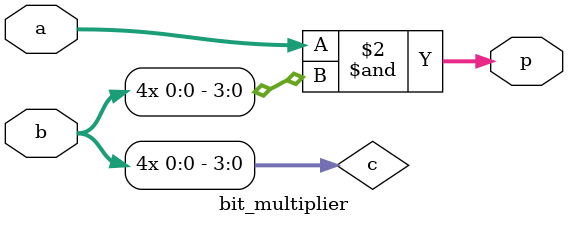
<source format=v>
`timescale 1ns/1ps


module bit_multiplier #(parameter N = 4) 
   (
    input [N-1:0]  a,
    input 	   b,
    output reg [N-1:0] p
    );

   reg [N-1:0] 	       c;
   
   always @(*) begin
      c = {N{b}};
      
      p = a & c;
   end
   
endmodule

</source>
